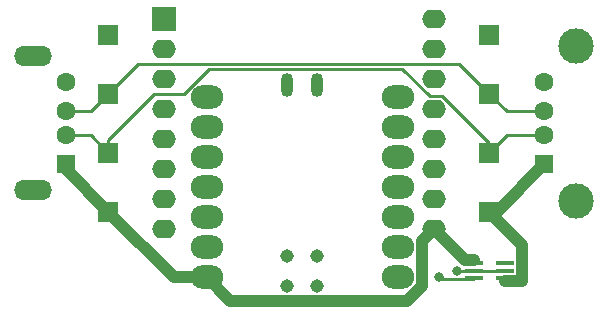
<source format=gbr>
%TF.GenerationSoftware,KiCad,Pcbnew,7.0.5-7.0.5~ubuntu22.04.1*%
%TF.CreationDate,2023-06-17T08:47:51-06:00*%
%TF.ProjectId,smart-usb,736d6172-742d-4757-9362-2e6b69636164,rev?*%
%TF.SameCoordinates,Original*%
%TF.FileFunction,Copper,L1,Top*%
%TF.FilePolarity,Positive*%
%FSLAX46Y46*%
G04 Gerber Fmt 4.6, Leading zero omitted, Abs format (unit mm)*
G04 Created by KiCad (PCBNEW 7.0.5-7.0.5~ubuntu22.04.1) date 2023-06-17 08:47:51*
%MOMM*%
%LPD*%
G01*
G04 APERTURE LIST*
%TA.AperFunction,ComponentPad*%
%ADD10R,1.700000X1.700000*%
%TD*%
%TA.AperFunction,ComponentPad*%
%ADD11O,2.748280X1.998980*%
%TD*%
%TA.AperFunction,SMDPad,CuDef*%
%ADD12O,1.016000X2.032000*%
%TD*%
%TA.AperFunction,SMDPad,CuDef*%
%ADD13C,1.143000*%
%TD*%
%TA.AperFunction,SMDPad,CuDef*%
%ADD14R,1.500000X0.400000*%
%TD*%
%TA.AperFunction,ComponentPad*%
%ADD15R,1.500000X1.600000*%
%TD*%
%TA.AperFunction,ComponentPad*%
%ADD16C,1.600000*%
%TD*%
%TA.AperFunction,ComponentPad*%
%ADD17C,3.000000*%
%TD*%
%TA.AperFunction,ComponentPad*%
%ADD18O,3.200000X1.700000*%
%TD*%
%TA.AperFunction,ComponentPad*%
%ADD19R,2.000000X2.000000*%
%TD*%
%TA.AperFunction,ComponentPad*%
%ADD20O,2.000000X1.600000*%
%TD*%
%TA.AperFunction,ViaPad*%
%ADD21C,0.800000*%
%TD*%
%TA.AperFunction,Conductor*%
%ADD22C,0.250000*%
%TD*%
%TA.AperFunction,Conductor*%
%ADD23C,1.000000*%
%TD*%
G04 APERTURE END LIST*
D10*
%TO.P,J10,1,Pin_1*%
%TO.N,GND*%
X158000000Y-55000000D03*
%TD*%
D11*
%TO.P,U1,1,PA02_A0_D0*%
%TO.N,Net-(U1-PA02_A0_D0)*%
X150250000Y-75567820D03*
%TO.P,U1,2,PA4_A1_D1*%
%TO.N,unconnected-(U1-PA4_A1_D1-Pad2)*%
X150250000Y-73027820D03*
%TO.P,U1,3,PA10_A2_D2*%
%TO.N,unconnected-(U1-PA10_A2_D2-Pad3)*%
X150250000Y-70487820D03*
%TO.P,U1,4,PA11_A3_D3*%
%TO.N,unconnected-(U1-PA11_A3_D3-Pad4)*%
X150250000Y-67947820D03*
%TO.P,U1,5,PA8_A4_D4_SDA*%
%TO.N,unconnected-(U1-PA8_A4_D4_SDA-Pad5)*%
X150250000Y-65407820D03*
%TO.P,U1,6,PA9_A5_D5_SCL*%
%TO.N,unconnected-(U1-PA9_A5_D5_SCL-Pad6)*%
X150250000Y-62867820D03*
%TO.P,U1,7,PB08_A6_D6_TX*%
%TO.N,unconnected-(U1-PB08_A6_D6_TX-Pad7)*%
X150250000Y-60327820D03*
%TO.P,U1,8,PB09_A7_D7_RX*%
%TO.N,unconnected-(U1-PB09_A7_D7_RX-Pad8)*%
X134085440Y-60327820D03*
%TO.P,U1,9,PA7_A8_D8_SCK*%
%TO.N,unconnected-(U1-PA7_A8_D8_SCK-Pad9)*%
X134085440Y-62867820D03*
%TO.P,U1,10,PA5_A9_D9_MISO*%
%TO.N,unconnected-(U1-PA5_A9_D9_MISO-Pad10)*%
X134085440Y-65407820D03*
%TO.P,U1,11,PA6_A10_D10_MOSI*%
%TO.N,unconnected-(U1-PA6_A10_D10_MOSI-Pad11)*%
X134085440Y-67947820D03*
%TO.P,U1,12,3V3*%
%TO.N,unconnected-(U1-3V3-Pad12)*%
X134085440Y-70487820D03*
%TO.P,U1,13,GND*%
%TO.N,GND*%
X134085440Y-73027820D03*
%TO.P,U1,14,5V*%
%TO.N,Net-(J1-VBUS)*%
X134085440Y-75567820D03*
D12*
%TO.P,U1,15*%
%TO.N,N/C*%
X143383120Y-59250000D03*
%TO.P,U1,16*%
X140833120Y-59250000D03*
D13*
%TO.P,U1,17*%
X143384317Y-76254187D03*
%TO.P,U1,18*%
X140844317Y-76254187D03*
%TO.P,U1,19*%
X143384317Y-73714187D03*
%TO.P,U1,20*%
X140844317Y-73714187D03*
%TD*%
D10*
%TO.P,J4,1,Pin_1*%
%TO.N,Net-(J1-D-)*%
X125750000Y-65000000D03*
%TD*%
%TO.P,J8,1,Pin_1*%
%TO.N,Net-(J1-D-)*%
X158000000Y-65000000D03*
%TD*%
D14*
%TO.P,U2,1,VOUT*%
%TO.N,Net-(J2-VBUS)*%
X159330000Y-75650000D03*
%TO.P,U2,2,GND*%
%TO.N,GND*%
X159330000Y-75000000D03*
%TO.P,U2,3,NC*%
%TO.N,unconnected-(U2-NC-Pad3)*%
X159330000Y-74350000D03*
%TO.P,U2,4,VIN*%
%TO.N,Net-(J1-VBUS)*%
X156670000Y-74350000D03*
%TO.P,U2,5,GND*%
%TO.N,GND*%
X156670000Y-75000000D03*
%TO.P,U2,6,EN*%
%TO.N,Net-(U1-PA02_A0_D0)*%
X156670000Y-75650000D03*
%TD*%
D15*
%TO.P,J2,1,VBUS*%
%TO.N,Net-(J2-VBUS)*%
X162640000Y-66000000D03*
D16*
%TO.P,J2,2,D-*%
%TO.N,Net-(J1-D-)*%
X162640000Y-63500000D03*
%TO.P,J2,3,D+*%
%TO.N,Net-(J1-D+)*%
X162640000Y-61500000D03*
%TO.P,J2,4,GND*%
%TO.N,GND*%
X162640000Y-59000000D03*
D17*
%TO.P,J2,5,Shield*%
%TO.N,Net-(J1-Shield)*%
X165350000Y-69070000D03*
X165350000Y-55930000D03*
%TD*%
D10*
%TO.P,J6,1,Pin_1*%
%TO.N,GND*%
X125750000Y-55000000D03*
%TD*%
%TO.P,J7,1,Pin_1*%
%TO.N,Net-(J2-VBUS)*%
X158000000Y-70000000D03*
%TD*%
%TO.P,J3,1,Pin_1*%
%TO.N,Net-(J1-VBUS)*%
X125750000Y-70000000D03*
%TD*%
D15*
%TO.P,J1,1,VBUS*%
%TO.N,Net-(J1-VBUS)*%
X122150000Y-66000000D03*
D16*
%TO.P,J1,2,D-*%
%TO.N,Net-(J1-D-)*%
X122150000Y-63500000D03*
%TO.P,J1,3,D+*%
%TO.N,Net-(J1-D+)*%
X122150000Y-61500000D03*
%TO.P,J1,4,GND*%
%TO.N,GND*%
X122150000Y-59000000D03*
D18*
%TO.P,J1,5,Shield*%
%TO.N,Net-(J1-Shield)*%
X119400000Y-68200000D03*
X119400000Y-56800000D03*
%TD*%
D10*
%TO.P,J9,1,Pin_1*%
%TO.N,Net-(J1-D+)*%
X158000000Y-60000000D03*
%TD*%
D19*
%TO.P,U3,1,~{RST}*%
%TO.N,unconnected-(U3-~{RST}-Pad1)*%
X130473120Y-53720000D03*
D20*
%TO.P,U3,2,A0*%
%TO.N,unconnected-(U3-A0-Pad2)*%
X130473120Y-56260000D03*
%TO.P,U3,3,D0*%
%TO.N,unconnected-(U3-D0-Pad3)*%
X130473120Y-58800000D03*
%TO.P,U3,4,SCK/D5*%
%TO.N,unconnected-(U3-SCK{slash}D5-Pad4)*%
X130473120Y-61340000D03*
%TO.P,U3,5,MISO/D6*%
%TO.N,unconnected-(U3-MISO{slash}D6-Pad5)*%
X130473120Y-63880000D03*
%TO.P,U3,6,MOSI/D7*%
%TO.N,unconnected-(U3-MOSI{slash}D7-Pad6)*%
X130473120Y-66420000D03*
%TO.P,U3,7,CS/D8*%
%TO.N,unconnected-(U3-CS{slash}D8-Pad7)*%
X130473120Y-68960000D03*
%TO.P,U3,8,3V3*%
%TO.N,unconnected-(U3-3V3-Pad8)*%
X130473120Y-71500000D03*
%TO.P,U3,9,5V*%
%TO.N,Net-(J1-VBUS)*%
X153333120Y-71500000D03*
%TO.P,U3,10,GND*%
%TO.N,GND*%
X153333120Y-68960000D03*
%TO.P,U3,11,D4*%
%TO.N,Net-(U1-PA02_A0_D0)*%
X153333120Y-66420000D03*
%TO.P,U3,12,D3*%
%TO.N,unconnected-(U3-D3-Pad12)*%
X153333120Y-63880000D03*
%TO.P,U3,13,SDA/D2*%
%TO.N,unconnected-(U3-SDA{slash}D2-Pad13)*%
X153333120Y-61340000D03*
%TO.P,U3,14,SCL/D1*%
%TO.N,unconnected-(U3-SCL{slash}D1-Pad14)*%
X153333120Y-58800000D03*
%TO.P,U3,15,RX*%
%TO.N,unconnected-(U3-RX-Pad15)*%
X153333120Y-56260000D03*
%TO.P,U3,16,TX*%
%TO.N,unconnected-(U3-TX-Pad16)*%
X153333120Y-53720000D03*
%TD*%
D10*
%TO.P,J5,1,Pin_1*%
%TO.N,Net-(J1-D+)*%
X125750000Y-60000000D03*
%TD*%
D21*
%TO.N,Net-(U1-PA02_A0_D0)*%
X153750000Y-75500000D03*
%TO.N,GND*%
X155250000Y-75000000D03*
%TD*%
D22*
%TO.N,Net-(U1-PA02_A0_D0)*%
X153750000Y-75500000D02*
X153975000Y-75725000D01*
X153975000Y-75725000D02*
X156595000Y-75725000D01*
X156595000Y-75725000D02*
X156670000Y-75650000D01*
%TO.N,GND*%
X156670000Y-75000000D02*
X155250000Y-75000000D01*
X159330000Y-75000000D02*
X156670000Y-75000000D01*
D23*
%TO.N,Net-(J1-VBUS)*%
X131317820Y-75567820D02*
X134085440Y-75567820D01*
X122150000Y-66000000D02*
X122150000Y-66400000D01*
X151070225Y-77525687D02*
X152324140Y-76271772D01*
X152324140Y-76271772D02*
X152324140Y-72508980D01*
X153333120Y-71500000D02*
X155933120Y-74100000D01*
X134085440Y-75567820D02*
X136043307Y-77525687D01*
X155933120Y-74100000D02*
X156670000Y-74100000D01*
X125750000Y-70000000D02*
X131317820Y-75567820D01*
X152324140Y-72508980D02*
X153333120Y-71500000D01*
X122150000Y-66400000D02*
X125750000Y-70000000D01*
X136043307Y-77525687D02*
X151070225Y-77525687D01*
D22*
%TO.N,Net-(J1-D-)*%
X158000000Y-64215890D02*
X158000000Y-65000000D01*
X153999110Y-60215000D02*
X158000000Y-64215890D01*
X125750000Y-65000000D02*
X125750000Y-63900000D01*
X125750000Y-63900000D02*
X129650000Y-60000000D01*
X150651130Y-57909000D02*
X152957130Y-60215000D01*
X162640000Y-63500000D02*
X159500000Y-63500000D01*
X159500000Y-63500000D02*
X158000000Y-65000000D01*
X152957130Y-60215000D02*
X153999110Y-60215000D01*
X129650000Y-60000000D02*
X132165498Y-60000000D01*
X134256498Y-57909000D02*
X150651130Y-57909000D01*
X122150000Y-63500000D02*
X124250000Y-63500000D01*
X124250000Y-63500000D02*
X125750000Y-65000000D01*
X132165498Y-60000000D02*
X134256498Y-57909000D01*
%TO.N,Net-(J1-D+)*%
X155459000Y-57459000D02*
X128291000Y-57459000D01*
X124250000Y-61500000D02*
X125750000Y-60000000D01*
X158000000Y-60000000D02*
X155459000Y-57459000D01*
X128291000Y-57459000D02*
X125750000Y-60000000D01*
X162640000Y-61500000D02*
X159500000Y-61500000D01*
X122150000Y-61500000D02*
X124250000Y-61500000D01*
X159500000Y-61500000D02*
X158000000Y-60000000D01*
D23*
%TO.N,Net-(J2-VBUS)*%
X158000000Y-70000000D02*
X158640000Y-70000000D01*
X160780000Y-72780000D02*
X160780000Y-75900000D01*
X160780000Y-75900000D02*
X159330000Y-75900000D01*
X158000000Y-70000000D02*
X160780000Y-72780000D01*
X158640000Y-70000000D02*
X162640000Y-66000000D01*
%TD*%
M02*

</source>
